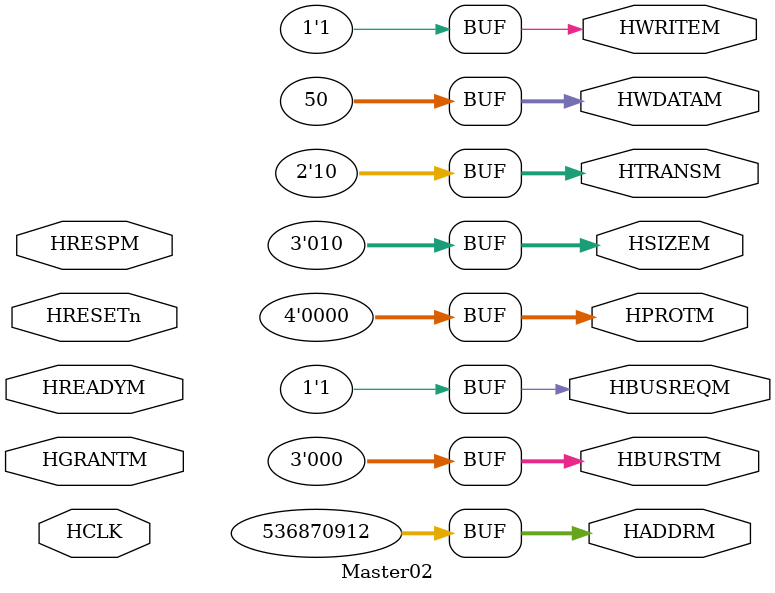
<source format=v>

module Master02  (HCLK, HRESETn,HREADYM,HRESPM,HGRANTM, HADDRM, HTRANSM, HWRITEM, HSIZEM, HBURSTM, HPROTM,
          HWDATAM, HBUSREQM
          );

  // Signals used during normal operation 
  input     HCLK;
  input     HRESETn;

  // Signals from AMBA bus used during normal operation
  input         HREADYM;
  input  [1:0]  HRESPM;    //dont care
  input         HGRANTM;

  // Signals to AMBA bus used during normal operation
  output[31:0] HADDRM;
  output [1:0] HTRANSM;
  output       HWRITEM;
  output [2:0] HSIZEM;
  output [2:0] HBURSTM;
  output [3:0] HPROTM;
  output[31:0] HWDATAM;
  output       HBUSREQM;



  //---------------------------------------------------------------------- 
  // Signal declarations
  //----------------------------------------------------------------------

  
  assign HBURSTM = 3'b000;  //SINGLE
  assign HSIZEM = 3'b010;  //WORD 
  assign HWRITEM = 1'b1 ;   
  assign HADDRM = 32'h2000_0000; //Tube
  assign HTRANSM = 2'b10;  // NONSEQ
  assign HBUSREQM = 1'b1;     
  assign HWDATAM = 32'h0000_0032;
  assign HPROTM = 4'b0000;

  
endmodule


</source>
